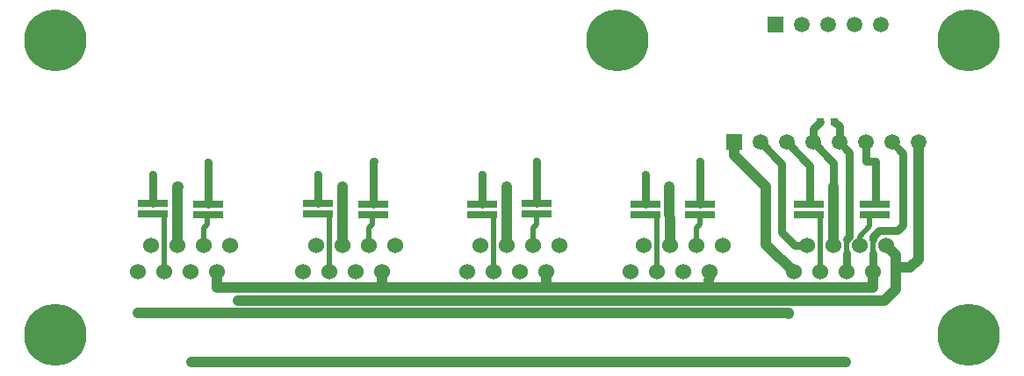
<source format=gbl>
G04*
G04 #@! TF.GenerationSoftware,Altium Limited,CircuitStudio,1.5.2 (1.5.2.30)*
G04*
G04 Layer_Physical_Order=2*
G04 Layer_Color=16711680*
%FSLAX25Y25*%
%MOIN*%
G70*
G01*
G75*
%ADD11C,0.03937*%
%ADD12C,0.01969*%
%ADD13C,0.23622*%
%ADD14R,0.05906X0.05906*%
%ADD15C,0.05906*%
%ADD16C,0.06000*%
%ADD17C,0.02756*%
%ADD18R,0.11811X0.03150*%
%ADD19R,0.03000X0.03000*%
%ADD20C,0.02953*%
D11*
X257413Y146468D02*
Y168839D01*
X257374Y168799D02*
X257413Y168839D01*
X132500Y168728D02*
X132571Y168799D01*
X319185D02*
X319370Y146468D01*
X194957D02*
X195169Y168799D01*
X381390Y146531D02*
Y168799D01*
X137650Y102302D02*
X386076D01*
X147500Y130610D02*
X396319D01*
X155405Y125492D02*
X219185D01*
X117500Y120768D02*
X364328D01*
X364461Y120635D01*
X386076Y102302D02*
X386114Y102264D01*
X344382Y125492D02*
X400681D01*
X282571D02*
X344382D01*
X219185D02*
X282571D01*
X401327Y146468D02*
X405012Y142783D01*
X400681Y125492D02*
X405012Y129823D01*
X147500Y130610D02*
Y136469D01*
X396319Y130610D02*
Y136461D01*
X209957Y136469D02*
X210130Y131398D01*
X272413D02*
Y136469D01*
X334146Y131004D02*
X334370Y136469D01*
X132500Y146468D02*
Y168728D01*
X413594Y141161D02*
Y185728D01*
X410524Y138091D02*
X413594Y141161D01*
X405012Y138091D02*
X410524D01*
X405012Y129823D02*
Y138091D01*
Y142783D01*
X343595Y181004D02*
Y185728D01*
Y181004D02*
X355799Y168799D01*
Y146996D02*
Y168799D01*
Y146996D02*
X366327Y136469D01*
D12*
X142500Y146468D02*
Y153138D01*
X143819Y154457D01*
Y158276D01*
X189957Y136469D02*
Y158201D01*
X206276Y154457D02*
Y158276D01*
X204957Y153138D02*
X206276Y154457D01*
X204957Y146468D02*
Y153138D01*
X268732Y154457D02*
Y158276D01*
X267413Y153138D02*
X268732Y154457D01*
X267413Y146468D02*
Y153138D01*
X330689Y154457D02*
Y158276D01*
X329370Y153138D02*
X330689Y154457D01*
X329370Y146468D02*
Y153138D01*
X252413Y136469D02*
Y158201D01*
X314370Y136469D02*
Y158201D01*
X376327Y136469D02*
Y158201D01*
X127500Y136469D02*
Y158276D01*
X391327Y146468D02*
Y149996D01*
X395169Y153839D01*
Y158169D01*
X386327Y143390D02*
Y148930D01*
X396350Y143602D02*
Y148954D01*
D13*
X432571Y112500D02*
D03*
X86114Y224705D02*
D03*
Y112500D02*
D03*
X299362Y224705D02*
D03*
X432571D02*
D03*
D14*
X343595Y185728D02*
D03*
X359343Y230610D02*
D03*
D15*
X353594Y185728D02*
D03*
X363595D02*
D03*
X373594D02*
D03*
X383594D02*
D03*
X393595D02*
D03*
X403594D02*
D03*
X413594D02*
D03*
X399342Y230610D02*
D03*
X389342D02*
D03*
X379343D02*
D03*
X369342D02*
D03*
D16*
X309370Y146468D02*
D03*
X314370Y136469D02*
D03*
X319370Y146468D02*
D03*
X324370Y136469D02*
D03*
X329370Y146468D02*
D03*
X334370Y136469D02*
D03*
X304370D02*
D03*
X339370Y146468D02*
D03*
X247413D02*
D03*
X252413Y136469D02*
D03*
X257413Y146468D02*
D03*
X262413Y136469D02*
D03*
X267413Y146468D02*
D03*
X272413Y136469D02*
D03*
X242413D02*
D03*
X277413Y146468D02*
D03*
X184957D02*
D03*
X189957Y136469D02*
D03*
X194957Y146468D02*
D03*
X199957Y136469D02*
D03*
X204957Y146468D02*
D03*
X209957Y136469D02*
D03*
X179957D02*
D03*
X214957Y146468D02*
D03*
X122500D02*
D03*
X127500Y136469D02*
D03*
X132500Y146468D02*
D03*
X137500Y136469D02*
D03*
X142500Y146468D02*
D03*
X147500Y136469D02*
D03*
X117500D02*
D03*
X152500Y146468D02*
D03*
X371327D02*
D03*
X376327Y136469D02*
D03*
X381327Y146468D02*
D03*
X386327Y136469D02*
D03*
X391327Y146468D02*
D03*
X396327Y136469D02*
D03*
X366327D02*
D03*
X401327Y146468D02*
D03*
D17*
X257374Y168799D02*
D03*
X319185D02*
D03*
X195169D02*
D03*
X381390D02*
D03*
X132571D02*
D03*
X324370Y102331D02*
D03*
X262413Y102342D02*
D03*
X199894Y102264D02*
D03*
X179957Y120768D02*
D03*
X137650Y102302D02*
D03*
X304370Y120768D02*
D03*
X242413D02*
D03*
X364461Y120635D02*
D03*
X117500Y120768D02*
D03*
X386114Y102264D02*
D03*
X344382Y125492D02*
D03*
X282571D02*
D03*
X219185D02*
D03*
X155405D02*
D03*
X123122Y173524D02*
D03*
X372335D02*
D03*
X185721D02*
D03*
X247925D02*
D03*
X310130D02*
D03*
X143988Y178248D02*
D03*
X397532Y178642D02*
D03*
X206980Y178642D02*
D03*
X268791D02*
D03*
X330602Y178538D02*
D03*
D18*
X397138Y162138D02*
D03*
Y158138D02*
D03*
X371941Y162138D02*
D03*
Y158138D02*
D03*
X330764Y162276D02*
D03*
Y158276D02*
D03*
X310130Y162138D02*
D03*
Y158138D02*
D03*
X268791Y162531D02*
D03*
Y158531D02*
D03*
X247925Y162138D02*
D03*
Y158138D02*
D03*
X206850Y162276D02*
D03*
Y158276D02*
D03*
X185721Y162531D02*
D03*
Y158531D02*
D03*
X143988Y162138D02*
D03*
Y158138D02*
D03*
X123122Y162531D02*
D03*
Y158531D02*
D03*
D19*
X381784Y193602D02*
D03*
X376284D02*
D03*
D20*
X123122Y162531D02*
Y173524D01*
X372335Y162925D02*
Y173524D01*
X185721Y162531D02*
Y173524D01*
X247925Y162138D02*
Y173524D01*
X310130Y162138D02*
Y173524D01*
X143988Y162138D02*
Y178248D01*
X397532Y162862D02*
Y178642D01*
X393595Y178642D02*
Y185728D01*
Y178642D02*
X397532Y178642D01*
X403594Y185728D02*
X407768Y181555D01*
X405799Y152264D02*
X407768Y154232D01*
Y181555D01*
X396350Y148954D02*
Y149902D01*
X398713Y152264D01*
X405799D01*
X383594Y185728D02*
X387295Y182028D01*
Y149899D02*
Y182028D01*
X386327Y148930D02*
X387295Y149899D01*
X396327Y136469D02*
X396350Y136492D01*
Y143602D01*
X386327Y136469D02*
Y143390D01*
X373594Y185728D02*
X381390Y177933D01*
Y168799D02*
Y177933D01*
X363595Y185728D02*
X372335Y176988D01*
Y173524D02*
Y176988D01*
X353594Y185728D02*
X361705Y177618D01*
Y151476D02*
Y177618D01*
Y151476D02*
X366713Y146468D01*
X371327D01*
X206850Y162276D02*
Y178512D01*
X206980Y178642D01*
X268791Y162531D02*
Y178642D01*
X330764Y162276D02*
Y178480D01*
X330602Y178538D02*
Y178642D01*
X330764Y178480D01*
X381784Y193602D02*
X383594Y191791D01*
Y185728D02*
Y191791D01*
X373594Y185728D02*
Y190913D01*
X376284Y193602D01*
M02*

</source>
